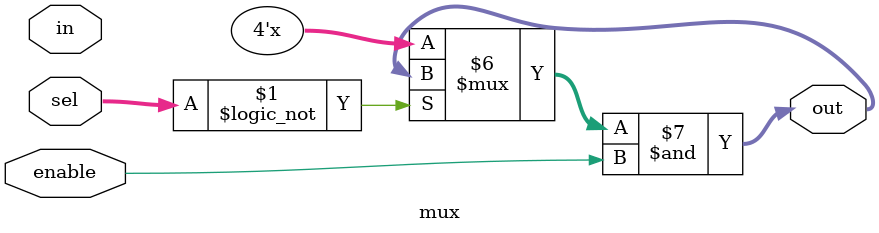
<source format=v>
module mux(
    input [15:0] in,
    input [1:0] sel,
    input enable,
    output [3:0] out
);
    assign out = (sel == 0 ? out[3:0]:
                 sel == 1 ? out[7:4]:
                 sel == 2 ? out[11:8]: out[15:12]) & enable;
endmodule

</source>
